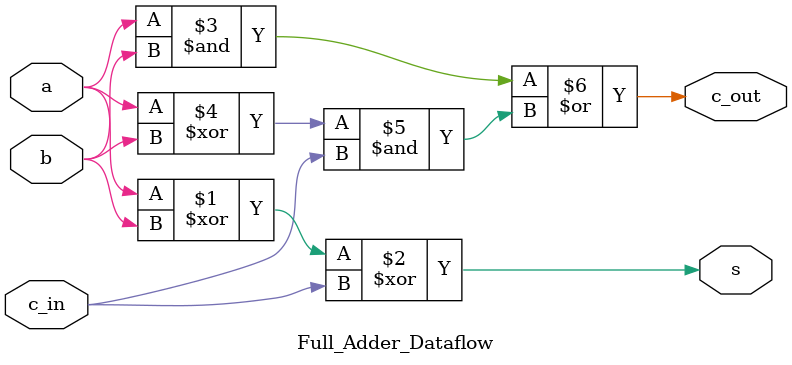
<source format=v>
`timescale 1ns / 1ps


module Full_Adder_Dataflow(
    c_out,      // carry out
    s,          // sum
    a,          // a
    b,          // b
    c_in        // carry in
    );
    
    output c_out;
    output s;
    input a;
    input b;
    input c_in;
    
    assign s = (a ^ b ^ c_in);
    assign c_out = (a & b) | ((a ^ b) & c_in);
endmodule

</source>
